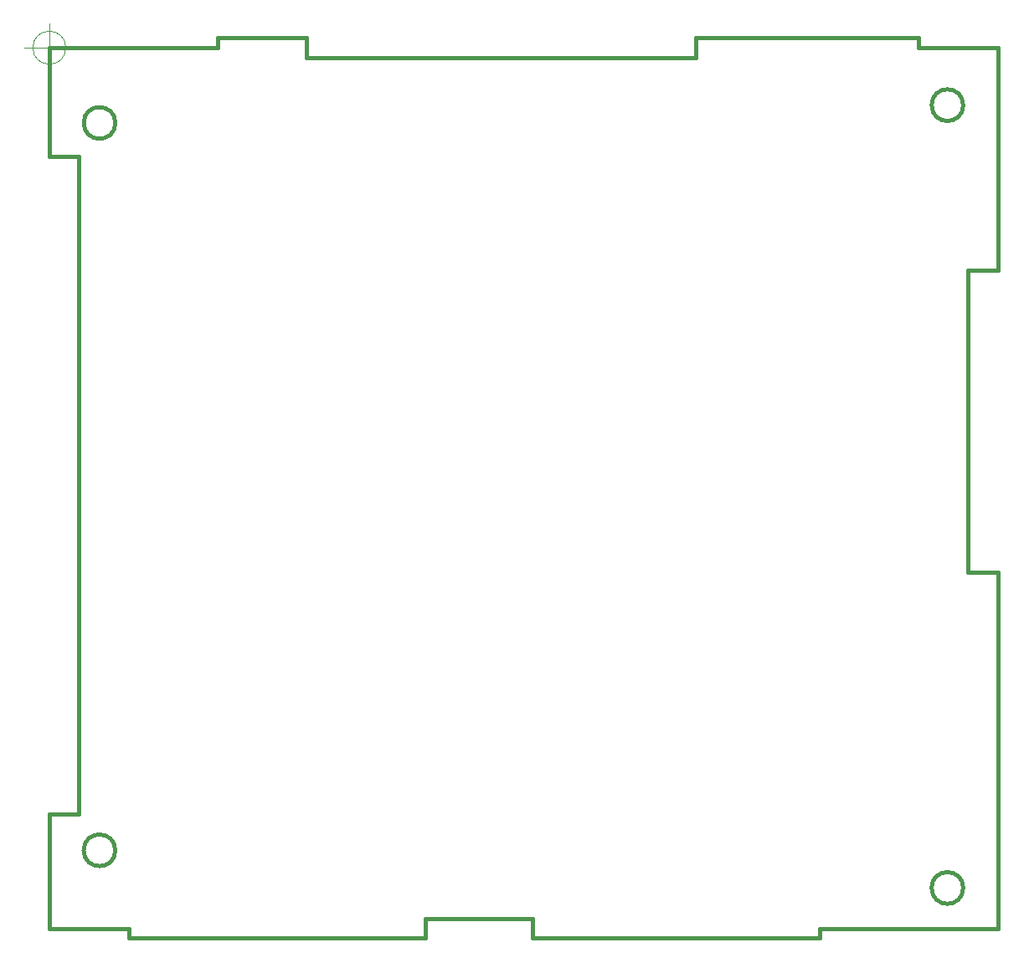
<source format=gbr>
%TF.GenerationSoftware,KiCad,Pcbnew,5.1.5+dfsg1-2build2*%
%TF.CreationDate,2021-02-28T15:53:15+02:00*%
%TF.ProjectId,msisdr,6d736973-6472-42e6-9b69-6361645f7063,Version 1.0*%
%TF.SameCoordinates,Original*%
%TF.FileFunction,Profile,NP*%
%FSLAX46Y46*%
G04 Gerber Fmt 4.6, Leading zero omitted, Abs format (unit mm)*
G04 Created by KiCad (PCBNEW 5.1.5+dfsg1-2build2) date 2021-02-28 15:53:15*
%MOMM*%
%LPD*%
G04 APERTURE LIST*
%TA.AperFunction,Profile*%
%ADD10C,0.381000*%
%TD*%
%TA.AperFunction,Profile*%
%ADD11C,0.050000*%
%TD*%
G04 APERTURE END LIST*
D10*
X176789080Y-110759240D02*
X176789080Y-146756120D01*
X97889060Y-57658000D02*
X97889060Y-56657240D01*
X97889060Y-56657240D02*
X106898440Y-56657240D01*
X129788920Y-145757900D02*
X118889780Y-145757900D01*
D11*
X82563126Y-57647840D02*
G75*
G03X82563126Y-57647840I-1666666J0D01*
G01*
X78396460Y-57647840D02*
X83396460Y-57647840D01*
X80896460Y-55147840D02*
X80896460Y-60147840D01*
D10*
X83888580Y-68658740D02*
X80899000Y-68658740D01*
X83888580Y-135158480D02*
X83888580Y-68658740D01*
X118889780Y-147756880D02*
X88907620Y-147756880D01*
X87566500Y-65257680D02*
G75*
G03X87566500Y-65257680I-1597660J0D01*
G01*
X158788100Y-146758660D02*
X158788100Y-147756880D01*
X168788080Y-56657240D02*
X168788080Y-57658000D01*
X176789080Y-146758660D02*
X158788100Y-146758660D01*
X168788080Y-57658000D02*
X176789080Y-57658000D01*
X173306740Y-63456820D02*
G75*
G03X173306740Y-63456820I-1597660J0D01*
G01*
X80899000Y-57658000D02*
X97889060Y-57658000D01*
X80888840Y-146758660D02*
X80888840Y-135158480D01*
X173789340Y-80157320D02*
X173789340Y-110759240D01*
X106898440Y-58648600D02*
X146288760Y-58648600D01*
X173306740Y-142674340D02*
G75*
G03X173306740Y-142674340I-1600200J0D01*
G01*
X88907620Y-147756880D02*
X88907620Y-146758660D01*
X118889780Y-145757900D02*
X118889780Y-147756880D01*
X173789340Y-110759240D02*
X176789080Y-110759240D01*
X176789080Y-80157320D02*
X173789340Y-80157320D01*
X146288760Y-56657240D02*
X168788080Y-56657240D01*
X129788920Y-147756880D02*
X129788920Y-145757900D01*
X176789080Y-57658000D02*
X176789080Y-80157320D01*
X106898440Y-56657240D02*
X106898440Y-58648600D01*
X146288760Y-58648600D02*
X146288760Y-56657240D01*
X151787860Y-147756880D02*
X129788920Y-147756880D01*
X88907620Y-146758660D02*
X80888840Y-146758660D01*
X80888840Y-135158480D02*
X83888580Y-135158480D01*
X158785560Y-147756880D02*
X151787860Y-147756880D01*
X87566500Y-138864340D02*
G75*
G03X87566500Y-138864340I-1600200J0D01*
G01*
X80899000Y-68658740D02*
X80899000Y-57658000D01*
M02*

</source>
